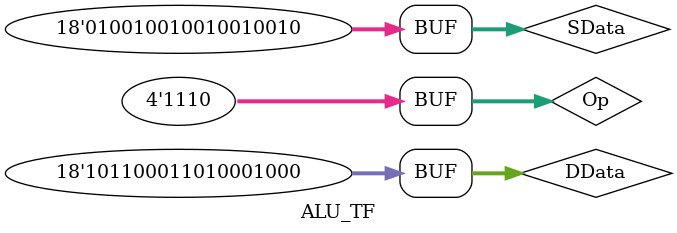
<source format=v>

`timescale 1ns / 1ps

module ALU_TF;

    // Inputs
    reg [3:0] Op;
    reg [17:0] SData;
    reg [17:0] DData;

    // Outputs
    wire ZOut;
    wire FOut;
    wire [17:0] Result;

    // Instantiate the Unit Under Test (UUT)
    ALU uut (
        .Op(Op),
        .SData(SData),
        .DData(DData),
        .ZOut(ZOut),
        .FOut(FOut),
        .Result(Result)
    );

    initial begin

        // CMP
        Op = 4'o00;
        DData = 23;
        SData = 5;
        #10;
        if (Result != 18'd18) $display("Fail CMP Result");
        if (ZOut != 1'b0) $display("Fail CMP ZOut");
        if (FOut != 1'b0) $display("Fail CMP FOut");

        DData = 5;
        SData = 23;
        #10;
        if (Result != -(18'd18)) $display("Fail CMP Result");
        if (ZOut != 1'b0) $display("Fail CMP ZOut");
        if (FOut != 1'b1) $display("Fail CMP FOut");

        DData = 23;
        SData = 23;
        #10;
        if (Result != 18'd0) $display("Fail CMP Result");
        if (ZOut != 1'b1) $display("Fail CMP ZOut");
        if (FOut != 1'b0) $display("Fail CMP FOut");

        // PAS
        Op = 4'o01;
        SData = 18'o252525;
        #10;
        if (Result != 18'o252525) $display("Fail PAS Result");
        if (ZOut != 1'b0) $display("Fail PAS ZOut");
        if (FOut != 1'b0) $display("Fail PAS FOut");

        SData = 18'o525252;
        #10;
        if (Result != 18'o525252) $display("Fail PAS Result");
        if (ZOut != 1'b0) $display("Fail PAS ZOut");
        if (FOut != 1'b1) $display("Fail PAS FOut");

        SData = 18'o000000;
        #10;
        if (Result != 18'd0) $display("Fail PAS Result");
        if (ZOut != 1'b1) $display("Fail PAS ZOut");
        if (FOut != 1'b0) $display("Fail PAS FOut");

        // NEG
        Op = 4'o02;
        SData = 23;
        #10;
        if (Result != -(18'd23)) $display("Fail NEG Result");
        if (ZOut != 1'b0) $display("Fail NEG ZOut");
        if (FOut != 1'b1) $display("Fail NEG FOut");

        SData = -23;
        #10;
        if (Result != 18'd23) $display("Fail NEG Result");
        if (ZOut != 1'b0) $display("Fail NEG ZOut");
        if (FOut != 1'b0) $display("Fail NEG FOut");

        SData = 0;
        #10;
        if (Result != 18'd0) $display("Fail NEG Result");
        if (ZOut != 1'b1) $display("Fail NEG ZOut");
        if (FOut != 1'b0) $display("Fail NEG FOut");

        // INV
        Op = 4'o03;
        SData = 18'o252525;
        #10;
        if (Result != 18'o525252) $display("Fail INV Result");
        if (ZOut != 1'b0) $display("Fail INV ZOut");
        if (FOut != 1'b1) $display("Fail INV FOut");

        SData = 18'o525252;
        #10;
        if (Result != 18'o252525) $display("Fail INV Result");
        if (ZOut != 1'b0) $display("Fail INV ZOut");
        if (FOut != 1'b0) $display("Fail INV FOut");

        SData = 18'o000000;
        #10;
        if (Result != 18'o777777) $display("Fail INV Result");
        if (ZOut != 1'b0) $display("Fail INV ZOut");
        if (FOut != 1'b1) $display("Fail INV FOut");

        SData = 18'o777777;
        #10;
        if (Result != 18'o000000) $display("Fail INV Result");
        if (ZOut != 1'b1) $display("Fail INV ZOut");
        if (FOut != 1'b0) $display("Fail INV FOut");

        // SHR
        Op = 4'o04;
        DData = 18'o252525;
        SData = 18'o000003;
        #10;
        if (Result != 18'o025252) $display("Fail SHR Result");
        if (ZOut != 1'b0) $display("Fail SHR ZOut");
        if (FOut != 1'b1) $display("Fail SHR FOut");

        DData = 18'o525252;
        SData = 18'o000003;
        #10;
        if (Result != 18'o052525) $display("Fail SHR Result");
        if (ZOut != 1'b0) $display("Fail SHR ZOut");
        if (FOut != 1'b0) $display("Fail SHR FOut");

        // SHL
        Op = 4'o05;
        DData = 18'o252525;
        SData = 18'o000003;
        #10;
        if (Result != 18'o525250) $display("Fail SHL Result");
        if (ZOut != 1'b0) $display("Fail SHL ZOut");
        if (FOut != 1'b0) $display("Fail SHL FOut");

        DData = 18'o525252;
        SData = 18'o000003;
        #10;
        if (Result != 18'o252520) $display("Fail SHL Result");
        if (ZOut != 1'b0) $display("Fail SHL ZOut");
        if (FOut != 1'b1) $display("Fail SHL FOut");

        // ADD
        Op = 4'o11;
        DData = 5;
        SData = 23;
        #10;
        if (Result != 18'd28) $display("Fail ADD Result");
        if (ZOut != 1'b0) $display("Fail ADD ZOut");
        if (FOut != 1'b0) $display("Fail ADD FOut");

        DData = -5;
        SData = 23;
        #10;
        if (Result != 18'd18) $display("Fail ADD Result");
        if (ZOut != 1'b0) $display("Fail ADD ZOut");
        if (FOut != 1'b0) $display("Fail ADD FOut");

        DData = 5;
        SData = -23;
        #10;
        if (Result != -(18'd18)) $display("Fail ADD Result");
        if (ZOut != 1'b0) $display("Fail ADD ZOut");
        if (FOut != 1'b1) $display("Fail ADD FOut");

        DData = -5;
        SData = -23;
        #10;
        if (Result != -(18'd28)) $display("Fail ADD Result");
        if (ZOut != 1'b0) $display("Fail ADD ZOut");
        if (FOut != 1'b1) $display("Fail ADD FOut");

        // SUB
        Op = 4'o12;
        DData = 5;
        SData = 23;
        #10;
        if (Result != -(18'd18)) $display("Fail SUB Result");
        if (ZOut != 1'b0) $display("Fail SUB ZOut");
        if (FOut != 1'b1) $display("Fail SUB FOut");

        DData = -5;
        SData = 23;
        #10;
        if (Result != -(18'd28)) $display("Fail SUB Result");
        if (ZOut != 1'b0) $display("Fail SUB ZOut");
        if (FOut != 1'b1) $display("Fail SUB FOut");

        DData = 5;
        SData = -23;
        #10;
        if (Result != 18'd28) $display("Fail SUB Result");
        if (ZOut != 1'b0) $display("Fail SUB ZOut");
        if (FOut != 1'b0) $display("Fail SUB FOut");

        DData = -5;
        SData = -23;
        #10;
        if (Result != 18'd18) $display("Fail SUB Result");
        if (ZOut != 1'b0) $display("Fail SUB ZOut");
        if (FOut != 1'b0) $display("Fail SUB FOut");

        // MUL
        Op = 4'o13;
        DData = 5;
        SData = 23;
        #10;
        if (Result != 18'd115) $display("Fail MUL Result");
        if (ZOut != 1'b0) $display("Fail MUL ZOut");
        if (FOut != 1'b0) $display("Fail MUL FOut");

        DData = -5;
        SData = 23;
        #10;
        if (Result != -(18'd115)) $display("Fail MUL Result");
        if (ZOut != 1'b0) $display("Fail MUL ZOut");
        if (FOut != 1'b1) $display("Fail MUL FOut");

        DData = 5;
        SData = -23;
        #10;
        if (Result != -(18'd115)) $display("Fail MUL Result");
        if (ZOut != 1'b0) $display("Fail MUL ZOut");
        if (FOut != 1'b1) $display("Fail MUL FOut");

        DData = -5;
        SData = -23;
        #10;
        if (Result != 18'd115) $display("Fail MUL Result");
        if (ZOut != 1'b0) $display("Fail MUL ZOut");
        if (FOut != 1'b0) $display("Fail MUL FOut");

        // AND
        Op = 4'o14;
        DData = 18'o543210;
        SData = 18'o222222;
        #10;
        if (Result != 18'o002200) $display("Fail AND Result");
        if (ZOut != 1'b0) $display("Fail AND ZOut");
        if (FOut != 1'b0) $display("Fail AND FOut");

        // OR
        Op = 4'o15;
        DData = 18'o543210;
        SData = 18'o222222;
        #10;
        if (Result != 18'o763232) $display("Fail OR Result");
        if (ZOut != 1'b0) $display("Fail OR ZOut");
        if (FOut != 1'b1) $display("Fail OR FOut");

        // XOR
        Op = 4'o16;
        DData = 18'o543210;
        SData = 18'o222222;
        #10;
        if (Result != 18'o761032) $display("Fail XOR Result");
        if (ZOut != 1'b0) $display("Fail XOR ZOut");
        if (FOut != 1'b1) $display("Fail XOR FOut");



    end
      
endmodule


</source>
